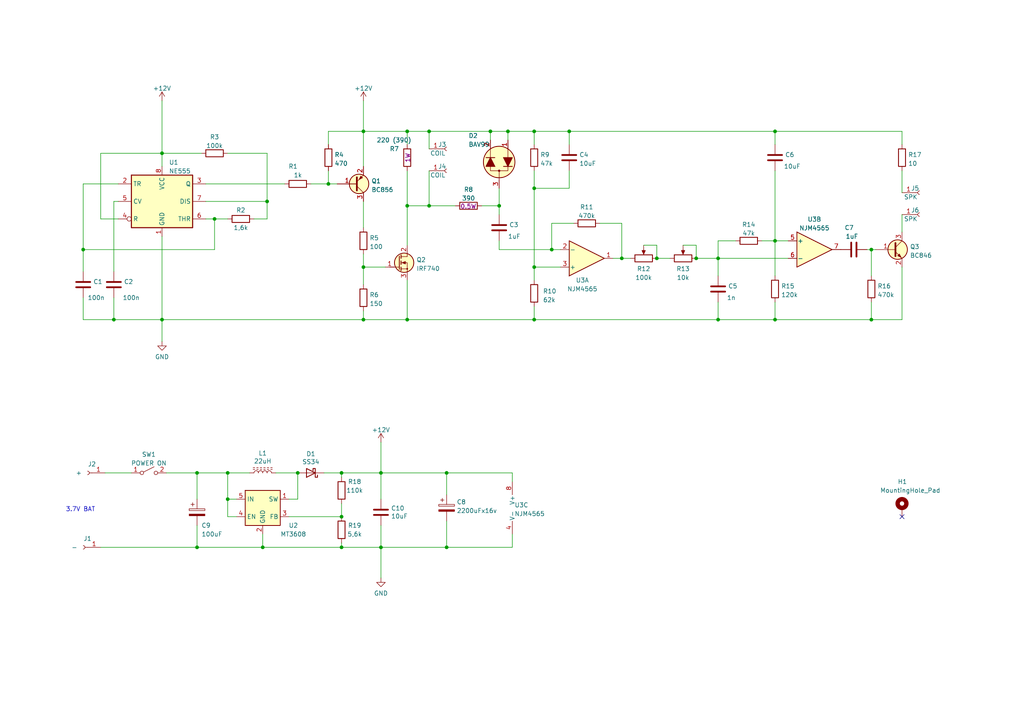
<source format=kicad_sch>
(kicad_sch (version 20230121) (generator eeschema)
  (paper "A4")
  (lib_symbols
    (symbol "Amplifier_Operational:TL072" (pin_names (offset 0.127))
      (property "Reference" "U" (at 0 5.08 0))
      (property "Value" "TL072" (at 0 -5.08 0))
      (symbol "TL072_1_1"
        (polyline (pts (xy -5.08 5.08) (xy 5.08 0) (xy -5.08 -5.08) (xy -5.08 5.08)) (stroke (width 0.254)) (fill (type background)))
        (pin output line (at 7.62 0 180) (length 2.54) (name "~") (number "1"))
        (pin input line (at -7.62 -2.54 0) (length 2.54) (name "-") (number "2"))
        (pin input line (at -7.62 2.54 0) (length 2.54) (name "+") (number "3"))
      )
      (symbol "TL072_2_1"
        (polyline (pts (xy -5.08 5.08) (xy 5.08 0) (xy -5.08 -5.08) (xy -5.08 5.08)) (stroke (width 0.254)) (fill (type background)))
        (pin input line (at -7.62 2.54 0) (length 2.54) (name "+") (number "5"))
        (pin input line (at -7.62 -2.54 0) (length 2.54) (name "-") (number "6"))
        (pin output line (at 7.62 0 180) (length 2.54) (name "~") (number "7"))
      )
      (symbol "TL072_3_1"
        (pin power_in line (at -2.54 -7.62 90) (length 3.81) (name "V-") (number "4"))
        (pin power_in line (at -2.54 7.62 270) (length 3.81) (name "V+") (number "8"))
      )
    )
    (symbol "Connector:Conn_01x01_Female" (pin_names (offset 1.016) hide)
      (property "Reference" "J" (at 0 2.54 0))
      (property "Value" "Conn_01x01_Female" (at 0 -2.54 0))
      (symbol "Conn_01x01_Female_1_1"
        (polyline (pts (xy -1.27 0) (xy -0.508 0)) (stroke (width 0.1524)))
        (arc (start 0 0.508) (mid -0.5058 0) (end 0 -0.508) (stroke (width 0.1524)))
        (pin passive line (at -5.08 0 0) (length 3.81) (name "Pin_1") (number "1"))
      )
    )
    (symbol "Device:C" (pin_numbers hide) (pin_names (offset 0.254))
      (property "Reference" "C" (at 0.635 2.54 0))
      (property "Value" "C" (at 0.635 -2.54 0))
      (symbol "C_0_1"
        (polyline (pts (xy -2.032 -0.762) (xy 2.032 -0.762)) (stroke (width 0.508)))
        (polyline (pts (xy -2.032 0.762) (xy 2.032 0.762)) (stroke (width 0.508)))
      )
      (symbol "C_1_1"
        (pin passive line (at 0 3.81 270) (length 2.794) (name "~") (number "1"))
        (pin passive line (at 0 -3.81 90) (length 2.794) (name "~") (number "2"))
      )
    )
    (symbol "Device:CP" (pin_numbers hide) (pin_names (offset 0.254))
      (property "Reference" "C" (at 0.635 2.54 0))
      (property "Value" "Device_CP" (at 0.635 -2.54 0))
      (symbol "CP_0_1"
        (rectangle (start -2.286 0.508) (end 2.286 1.016))
        (polyline (pts (xy -1.778 2.286) (xy -0.762 2.286)))
        (polyline (pts (xy -1.27 2.794) (xy -1.27 1.778)))
        (rectangle (start 2.286 -0.508) (end -2.286 -1.016) (fill (type outline)))
      )
      (symbol "CP_1_1"
        (pin passive line (at 0 3.81 270) (length 2.794) (name "~") (number "1"))
        (pin passive line (at 0 -3.81 90) (length 2.794) (name "~") (number "2"))
      )
    )
    (symbol "Device:C_Polarized" (pin_numbers hide) (pin_names (offset 0.254))
      (property "Reference" "C" (at 0.635 2.54 0))
      (property "Value" "C_Polarized" (at 0.635 -2.54 0))
      (symbol "C_Polarized_0_1"
        (rectangle (start -2.286 0.508) (end 2.286 1.016))
        (polyline (pts (xy -1.778 2.286) (xy -0.762 2.286)))
        (polyline (pts (xy -1.27 2.794) (xy -1.27 1.778)))
        (rectangle (start 2.286 -0.508) (end -2.286 -1.016) (fill (type outline)))
      )
      (symbol "C_Polarized_1_1"
        (pin passive line (at 0 3.81 270) (length 2.794) (name "~") (number "1"))
        (pin passive line (at 0 -3.81 90) (length 2.794) (name "~") (number "2"))
      )
    )
    (symbol "Device:L_Core_Ferrite" (pin_numbers hide) (pin_names (offset 1.016) hide)
      (property "Reference" "L" (at -1.27 0 90))
      (property "Value" "Device_L_Core_Ferrite" (at 2.794 0 90))
      (symbol "L_Core_Ferrite_0_1"
        (arc (start 0 -2.54) (mid 0.6323 -1.905) (end 0 -1.27))
        (arc (start 0 -1.27) (mid 0.6323 -0.635) (end 0 0))
        (polyline (pts (xy 1.016 -2.794) (xy 1.016 -2.286)))
        (polyline (pts (xy 1.016 -1.778) (xy 1.016 -1.27)))
        (polyline (pts (xy 1.016 -0.762) (xy 1.016 -0.254)))
        (polyline (pts (xy 1.016 0.254) (xy 1.016 0.762)))
        (polyline (pts (xy 1.016 1.27) (xy 1.016 1.778)))
        (polyline (pts (xy 1.016 2.286) (xy 1.016 2.794)))
        (polyline (pts (xy 1.524 -2.286) (xy 1.524 -2.794)))
        (polyline (pts (xy 1.524 -1.27) (xy 1.524 -1.778)))
        (polyline (pts (xy 1.524 -0.254) (xy 1.524 -0.762)))
        (polyline (pts (xy 1.524 0.762) (xy 1.524 0.254)))
        (polyline (pts (xy 1.524 1.778) (xy 1.524 1.27)))
        (polyline (pts (xy 1.524 2.794) (xy 1.524 2.286)))
        (arc (start 0 0) (mid 0.6323 0.635) (end 0 1.27))
        (arc (start 0 1.27) (mid 0.6323 1.905) (end 0 2.54))
      )
      (symbol "L_Core_Ferrite_1_1"
        (pin passive line (at 0 3.81 270) (length 1.27) (name "1") (number "1"))
        (pin passive line (at 0 -3.81 90) (length 1.27) (name "2") (number "2"))
      )
    )
    (symbol "Device:R" (pin_numbers hide) (pin_names (offset 0))
      (property "Reference" "R" (at 2.032 0 90))
      (property "Value" "R" (at 0 0 90))
      (symbol "R_0_1"
        (rectangle (start -1.016 -2.54) (end 1.016 2.54) (stroke (width 0.254)))
      )
      (symbol "R_1_1"
        (pin passive line (at 0 3.81 270) (length 1.27) (name "~") (number "1"))
        (pin passive line (at 0 -3.81 90) (length 1.27) (name "~") (number "2"))
      )
    )
    (symbol "Device:R_Potentiometer" (pin_numbers hide) (pin_names (offset 1.016) hide)
      (property "Reference" "RV" (at -4.445 0 90))
      (property "Value" "R_Potentiometer" (at -2.54 0 90))
      (symbol "R_Potentiometer_0_1"
        (polyline (pts (xy 2.54 0) (xy 1.524 0)))
        (polyline (pts (xy 1.143 0) (xy 2.286 0.508) (xy 2.286 -0.508) (xy 1.143 0)) (fill (type outline)))
        (rectangle (start 1.016 2.54) (end -1.016 -2.54) (stroke (width 0.254)))
      )
      (symbol "R_Potentiometer_1_1"
        (pin passive line (at 0 3.81 270) (length 1.27) (name "1") (number "1"))
        (pin passive line (at 3.81 0 180) (length 1.27) (name "2") (number "2"))
        (pin passive line (at 0 -3.81 90) (length 1.27) (name "3") (number "3"))
      )
    )
    (symbol "Diode:B340" (pin_numbers hide) (pin_names (offset 1.016) hide)
      (property "Reference" "D" (at 0 2.54 0))
      (property "Value" "B340" (at 0 -2.54 0))
      (symbol "B340_0_1"
        (polyline (pts (xy 1.27 0) (xy -1.27 0)))
        (polyline (pts (xy 1.27 1.27) (xy 1.27 -1.27) (xy -1.27 0) (xy 1.27 1.27)) (stroke (width 0.254)))
        (polyline (pts (xy -1.905 0.635) (xy -1.905 1.27) (xy -1.27 1.27) (xy -1.27 -1.27) (xy -0.635 -1.27) (xy -0.635 -0.635)) (stroke (width 0.254)))
      )
      (symbol "B340_1_1"
        (pin passive line (at -3.81 0 0) (length 2.54) (name "K") (number "1"))
        (pin passive line (at 3.81 0 180) (length 2.54) (name "A") (number "2"))
      )
    )
    (symbol "Diode_AKL:BAV99" (pin_names (offset 1.016) hide)
      (property "Reference" "D" (at 0 8.89 0))
      (property "Value" "BAV99" (at 0 6.35 0))
      (symbol "BAV99_0_1"
        (polyline (pts (xy -1.27 -2.54) (xy -3.81 -2.54)))
        (polyline (pts (xy -1.27 -1.27) (xy -1.27 -3.81)) (stroke (width 0.254)))
        (polyline (pts (xy -1.27 2.54) (xy -3.81 2.54)))
        (polyline (pts (xy 1.27 3.81) (xy 1.27 1.27)) (stroke (width 0.254)))
        (polyline (pts (xy 5.08 0) (xy 2.54 0)))
        (polyline (pts (xy 1.27 -2.54) (xy 2.54 -2.54) (xy 2.54 2.54) (xy 1.27 2.54)))
        (circle (center 0 0) (radius 4.572) (stroke (width 0.254)) (fill (type background)))
        (circle (center 2.54 0) (radius 0.254) (fill (type outline)))
      )
      (symbol "BAV99_1_1"
        (polyline (pts (xy -1.27 2.54) (xy 1.27 2.54)))
        (polyline (pts (xy 1.27 -2.54) (xy -1.27 -2.54)))
        (polyline (pts (xy -1.27 1.27) (xy -1.27 3.81) (xy 1.27 2.54) (xy -1.27 1.27)) (stroke (width 0.254)) (fill (type outline)))
        (polyline (pts (xy 1.27 -1.27) (xy 1.27 -3.81) (xy -1.27 -2.54) (xy 1.27 -1.27)) (stroke (width 0.254)) (fill (type outline)))
        (pin passive line (at -6.35 2.54 0) (length 2.54) (name "A") (number "1"))
        (pin passive line (at -6.35 -2.54 0) (length 2.54) (name "K") (number "2"))
        (pin passive line (at 7.62 0 180) (length 2.54) (name "C") (number "3"))
      )
    )
    (symbol "Mechanical:MountingHole_Pad" (pin_numbers hide) (pin_names (offset 1.016) hide)
      (property "Reference" "H" (at 0 6.35 0))
      (property "Value" "MountingHole_Pad" (at 0 4.445 0))
      (symbol "MountingHole_Pad_0_1"
        (circle (center 0 1.27) (radius 1.27) (stroke (width 1.27)))
      )
      (symbol "MountingHole_Pad_1_1"
        (pin input line (at 0 -2.54 90) (length 2.54) (name "1") (number "1"))
      )
    )
    (symbol "R_Potentiometer_1" (pin_numbers hide) (pin_names (offset 1.016) hide)
      (property "Reference" "RV" (at -4.445 0 90))
      (property "Value" "R_Potentiometer" (at -2.54 0 90))
      (symbol "R_Potentiometer_1_0_1"
        (polyline (pts (xy 2.54 0) (xy 1.524 0)))
        (polyline (pts (xy 1.143 0) (xy 2.286 0.508) (xy 2.286 -0.508) (xy 1.143 0)) (fill (type outline)))
        (rectangle (start 1.016 2.54) (end -1.016 -2.54) (stroke (width 0.254)))
      )
      (symbol "R_Potentiometer_1_1_1"
        (pin passive line (at 0 3.81 270) (length 1.27) (name "1") (number "1"))
        (pin passive line (at 3.81 0 180) (length 1.27) (name "2") (number "2"))
        (pin passive line (at 0 -3.81 90) (length 1.27) (name "3") (number "3"))
      )
    )
    (symbol "Regulator_Switching:MT3608"
      (property "Reference" "U" (at -2.54 8.89 0))
      (property "Value" "MT3608" (at -3.81 6.35 0))
      (symbol "MT3608_0_1"
        (rectangle (start -5.08 5.08) (end 5.08 -5.08) (stroke (width 0.254)) (fill (type background)))
      )
      (symbol "MT3608_1_1"
        (pin passive line (at 7.62 2.54 180) (length 2.54) (name "SW") (number "1"))
        (pin power_in line (at 0 -7.62 90) (length 2.54) (name "GND") (number "2"))
        (pin input line (at 7.62 -2.54 180) (length 2.54) (name "FB") (number "3"))
        (pin input line (at -7.62 -2.54 0) (length 2.54) (name "EN") (number "4"))
        (pin power_in line (at -7.62 2.54 0) (length 2.54) (name "IN") (number "5"))
        (pin no_connect line (at 5.08 0 180) (length 2.54) hide (name "NC") (number "6"))
      )
    )
    (symbol "Switch:SW_SPST" (pin_names (offset 0) hide)
      (property "Reference" "SW" (at 0 3.175 0))
      (property "Value" "SW_SPST" (at 0 -2.54 0))
      (symbol "SW_SPST_0_0"
        (circle (center -2.032 0) (radius 0.508))
        (polyline (pts (xy -1.524 0.254) (xy 1.524 1.778)))
        (circle (center 2.032 0) (radius 0.508))
      )
      (symbol "SW_SPST_1_1"
        (pin passive line (at -5.08 0 0) (length 2.54) (name "A") (number "1"))
        (pin passive line (at 5.08 0 180) (length 2.54) (name "B") (number "2"))
      )
    )
    (symbol "Timer:NE555D"
      (property "Reference" "U" (at -10.16 8.89 0))
      (property "Value" "NE555D" (at 2.54 8.89 0))
      (symbol "NE555D_0_0"
        (pin power_in line (at 0 -10.16 90) (length 2.54) (name "GND") (number "1"))
        (pin power_in line (at 0 10.16 270) (length 2.54) (name "VCC") (number "8"))
      )
      (symbol "NE555D_0_1"
        (rectangle (start -8.89 -7.62) (end 8.89 7.62) (stroke (width 0.254)) (fill (type background)))
        (rectangle (start -8.89 -7.62) (end 8.89 7.62) (stroke (width 0.254)) (fill (type background)))
      )
      (symbol "NE555D_1_1"
        (pin input line (at -12.7 5.08 0) (length 3.81) (name "TR") (number "2"))
        (pin output line (at 12.7 5.08 180) (length 3.81) (name "Q") (number "3"))
        (pin input inverted (at -12.7 -5.08 0) (length 3.81) (name "R") (number "4"))
        (pin input line (at -12.7 0 0) (length 3.81) (name "CV") (number "5"))
        (pin input line (at 12.7 -5.08 180) (length 3.81) (name "THR") (number "6"))
        (pin input line (at 12.7 0 180) (length 3.81) (name "DIS") (number "7"))
      )
    )
    (symbol "Transistor_BJT_AKL:BC846" (pin_names hide)
      (property "Reference" "Q" (at 5.08 1.27 0))
      (property "Value" "BC846" (at 5.08 -1.27 0))
      (symbol "BC846_0_1"
        (polyline (pts (xy 0.635 0.635) (xy 2.54 2.54)))
        (polyline (pts (xy 0.635 -0.635) (xy 2.54 -2.54) (xy 2.54 -2.54)))
        (polyline (pts (xy 0.635 1.905) (xy 0.635 -1.905) (xy 0.635 -1.905)) (stroke (width 0.508)))
        (polyline (pts (xy 1.27 -1.778) (xy 1.778 -1.27) (xy 2.286 -2.286) (xy 1.27 -1.778) (xy 1.27 -1.778)) (fill (type outline)))
        (circle (center 1.27 0) (radius 2.8194) (stroke (width 0.254)) (fill (type background)))
      )
      (symbol "BC846_1_1"
        (pin input line (at -5.08 0 0) (length 5.715) (name "B") (number "1"))
        (pin passive line (at 2.54 -5.08 90) (length 2.54) (name "E") (number "2"))
        (pin passive line (at 2.54 5.08 270) (length 2.54) (name "C") (number "3"))
      )
    )
    (symbol "Transistor_BJT_AKL:BC856" (pin_names hide)
      (property "Reference" "Q" (at 5.08 1.27 0))
      (property "Value" "BC856" (at 5.08 -1.27 0))
      (symbol "BC856_0_1"
        (polyline (pts (xy 0.635 -0.635) (xy 2.54 -2.54)))
        (polyline (pts (xy 0.635 -1.905) (xy 0.635 1.905) (xy 0.635 1.905)) (stroke (width 0.508)))
        (polyline (pts (xy 0.635 0.635) (xy 2.54 2.54) (xy 2.54 2.54)))
        (polyline (pts (xy 2.286 1.778) (xy 1.778 2.286) (xy 1.27 1.27) (xy 2.286 1.778) (xy 2.286 1.778)) (fill (type outline)))
        (circle (center 1.27 0) (radius 2.8194) (stroke (width 0.254)) (fill (type background)))
      )
      (symbol "BC856_1_1"
        (pin input line (at -5.08 0 0) (length 5.715) (name "B") (number "1"))
        (pin passive line (at 2.54 5.08 270) (length 2.54) (name "E") (number "2"))
        (pin passive line (at 2.54 -5.08 90) (length 2.54) (name "C") (number "3"))
      )
    )
    (symbol "Transistor_MOSFET_AKL:IRF740" (pin_names hide)
      (property "Reference" "Q" (at 5.08 1.27 0))
      (property "Value" "IRF740" (at 5.08 -1.27 0))
      (symbol "IRF740_0_1"
        (polyline (pts (xy 0.254 -1.27) (xy -2.54 -1.27)))
        (polyline (pts (xy 0.254 1.905) (xy 0.254 -1.905)) (stroke (width 0.254)))
        (polyline (pts (xy 0.762 -1.778) (xy 2.54 -1.778)))
        (polyline (pts (xy 0.762 -1.27) (xy 0.762 -2.286)) (stroke (width 0.254)))
        (polyline (pts (xy 0.762 0.508) (xy 0.762 -0.508)) (stroke (width 0.254)))
        (polyline (pts (xy 0.762 2.286) (xy 0.762 1.27)) (stroke (width 0.254)))
        (polyline (pts (xy 2.54 1.778) (xy 0.762 1.778)))
        (polyline (pts (xy 2.54 2.54) (xy 2.54 1.778)))
        (polyline (pts (xy 2.54 -2.54) (xy 2.54 0) (xy 0.762 0)))
        (polyline (pts (xy 1.016 0) (xy 2.032 0.381) (xy 2.032 -0.381) (xy 1.016 0)) (fill (type outline)))
        (circle (center 1.651 0) (radius 2.794) (stroke (width 0.254)) (fill (type background)))
        (circle (center 2.54 -1.778) (radius 0.1778) (fill (type outline)))
      )
      (symbol "IRF740_1_1"
        (pin input line (at -3.81 -1.27 0) (length 2.54) (name "G") (number "1"))
        (pin passive line (at 2.54 5.08 270) (length 2.54) (name "D") (number "2"))
        (pin passive line (at 2.54 -5.08 90) (length 2.54) (name "S") (number "3"))
      )
    )
    (symbol "power:+12V" (power) (pin_names (offset 0))
      (property "Value" "+12V" (at 0 3.556 0))
      (symbol "+12V_0_1"
        (polyline (pts (xy -0.762 1.27) (xy 0 2.54)))
        (polyline (pts (xy 0 0) (xy 0 2.54)))
        (polyline (pts (xy 0 2.54) (xy 0.762 1.27)))
      )
      (symbol "+12V_1_1"
        (pin power_in line (at 0 0 90) (length 0) hide (name "+12V") (number "1"))
      )
    )
    (symbol "power:GND" (power) (pin_names (offset 0))
      (property "Value" "GND" (at 0 -3.81 0))
      (symbol "GND_0_1"
        (polyline (pts (xy 0 0) (xy 0 -1.27) (xy 1.27 -1.27) (xy 0 -2.54) (xy -1.27 -1.27) (xy 0 -1.27)))
      )
      (symbol "GND_1_1"
        (pin power_in line (at 0 0 270) (length 0) hide (name "GND") (number "1"))
      )
    )
  )
  (junction (at 154.94 54.61))
  (junction (at 99.06 137.16))
  (junction (at 147.32 38.1))
  (junction (at 46.99 92.71))
  (junction (at 99.06 158.75))
  (junction (at 57.15 158.75))
  (junction (at 144.78 59.69))
  (junction (at 124.46 59.69))
  (junction (at 129.54 158.75))
  (junction (at 208.28 92.71))
  (junction (at 110.49 158.75))
  (junction (at 142.24 38.1))
  (junction (at 86.36 137.16))
  (junction (at 76.2 158.75))
  (junction (at 160.02 72.39))
  (junction (at 95.25 53.34))
  (junction (at 99.06 149.86))
  (junction (at 66.04 137.16))
  (junction (at 33.02 92.71))
  (junction (at 224.79 69.85))
  (junction (at 154.94 77.47))
  (junction (at 110.49 137.16))
  (junction (at 154.94 92.71))
  (junction (at 66.04 144.78))
  (junction (at 118.11 59.69))
  (junction (at 154.94 38.1))
  (junction (at 124.46 38.1))
  (junction (at 77.47 58.42))
  (junction (at 105.41 77.47))
  (junction (at 224.79 38.1))
  (junction (at 252.73 92.71))
  (junction (at 118.11 38.1))
  (junction (at 105.41 92.71))
  (junction (at 224.79 92.71))
  (junction (at 24.13 72.39))
  (junction (at 62.23 63.5))
  (junction (at 129.54 137.16))
  (junction (at 165.1 38.1))
  (junction (at 208.28 74.93))
  (junction (at 201.93 74.93))
  (junction (at 118.11 92.71))
  (junction (at 57.15 137.16))
  (junction (at 105.41 38.1))
  (junction (at 190.5 74.93))
  (junction (at 180.34 74.93))
  (junction (at 46.99 44.45))
  (junction (at 252.73 72.39))
  (no_connect (at 261.62 149.86))
  (wire (pts (xy 208.28 87.63) (xy 208.28 92.71)))
  (wire (pts (xy 220.98 69.85) (xy 224.79 69.85)))
  (wire (pts (xy 261.62 49.53) (xy 261.62 55.88)))
  (wire (pts (xy 29.21 158.75) (xy 57.15 158.75)))
  (wire (pts (xy 186.69 71.12) (xy 190.5 71.12)))
  (wire (pts (xy 124.46 59.69) (xy 132.08 59.69)))
  (wire (pts (xy 118.11 59.69) (xy 124.46 59.69)))
  (wire (pts (xy 95.25 53.34) (xy 97.79 53.34)))
  (wire (pts (xy 165.1 38.1) (xy 165.1 41.91)))
  (wire (pts (xy 165.1 49.53) (xy 165.1 54.61)))
  (wire (pts (xy 154.94 38.1) (xy 165.1 38.1)))
  (wire (pts (xy 224.79 38.1) (xy 224.79 41.91)))
  (wire (pts (xy 24.13 92.71) (xy 33.02 92.71)))
  (wire (pts (xy 162.56 72.39) (xy 160.02 72.39)))
  (wire (pts (xy 77.47 44.45) (xy 77.47 58.42)))
  (wire (pts (xy 110.49 152.4) (xy 110.49 158.75)))
  (wire (pts (xy 252.73 72.39) (xy 252.73 80.01)))
  (wire (pts (xy 160.02 72.39) (xy 160.02 64.77)))
  (wire (pts (xy 144.78 59.69) (xy 144.78 54.61)))
  (wire (pts (xy 208.28 74.93) (xy 208.28 80.01)))
  (wire (pts (xy 66.04 137.16) (xy 72.39 137.16)))
  (wire (pts (xy 86.36 137.16) (xy 86.36 144.78)))
  (wire (pts (xy 59.69 58.42) (xy 77.47 58.42)))
  (wire (pts (xy 99.06 138.43) (xy 99.06 137.16)))
  (wire (pts (xy 66.04 144.78) (xy 66.04 137.16)))
  (wire (pts (xy 46.99 44.45) (xy 58.42 44.45)))
  (wire (pts (xy 95.25 41.91) (xy 95.25 38.1)))
  (wire (pts (xy 129.54 151.13) (xy 129.54 158.75)))
  (wire (pts (xy 190.5 71.12) (xy 190.5 74.93)))
  (wire (pts (xy 105.41 77.47) (xy 111.76 77.47)))
  (wire (pts (xy 118.11 38.1) (xy 124.46 38.1)))
  (wire (pts (xy 33.02 92.71) (xy 46.99 92.71)))
  (wire (pts (xy 68.58 144.78) (xy 66.04 144.78)))
  (wire (pts (xy 110.49 137.16) (xy 129.54 137.16)))
  (wire (pts (xy 34.29 53.34) (xy 24.13 53.34)))
  (wire (pts (xy 105.41 38.1) (xy 105.41 48.26)))
  (wire (pts (xy 208.28 69.85) (xy 213.36 69.85)))
  (wire (pts (xy 201.93 71.12) (xy 201.93 74.93)))
  (wire (pts (xy 30.48 137.16) (xy 38.1 137.16)))
  (wire (pts (xy 118.11 38.1) (xy 118.11 41.91)))
  (wire (pts (xy 33.02 58.42) (xy 33.02 78.74)))
  (wire (pts (xy 142.24 38.1) (xy 147.32 38.1)))
  (wire (pts (xy 62.23 63.5) (xy 66.04 63.5)))
  (wire (pts (xy 48.26 137.16) (xy 57.15 137.16)))
  (wire (pts (xy 129.54 137.16) (xy 129.54 143.51)))
  (wire (pts (xy 57.15 137.16) (xy 66.04 137.16)))
  (wire (pts (xy 105.41 29.21) (xy 105.41 38.1)))
  (wire (pts (xy 46.99 29.21) (xy 46.99 44.45)))
  (wire (pts (xy 129.54 158.75) (xy 148.59 158.75)))
  (wire (pts (xy 160.02 64.77) (xy 166.37 64.77)))
  (wire (pts (xy 46.99 92.71) (xy 105.41 92.71)))
  (wire (pts (xy 24.13 72.39) (xy 62.23 72.39)))
  (wire (pts (xy 208.28 92.71) (xy 224.79 92.71)))
  (wire (pts (xy 124.46 38.1) (xy 124.46 43.18)))
  (wire (pts (xy 154.94 54.61) (xy 154.94 77.47)))
  (wire (pts (xy 224.79 69.85) (xy 228.6 69.85)))
  (wire (pts (xy 180.34 74.93) (xy 182.88 74.93)))
  (wire (pts (xy 142.24 38.1) (xy 142.24 40.64)))
  (wire (pts (xy 251.46 72.39) (xy 252.73 72.39)))
  (wire (pts (xy 66.04 44.45) (xy 77.47 44.45)))
  (wire (pts (xy 105.41 90.17) (xy 105.41 92.71)))
  (wire (pts (xy 252.73 92.71) (xy 261.62 92.71)))
  (wire (pts (xy 62.23 63.5) (xy 62.23 72.39)))
  (wire (pts (xy 110.49 158.75) (xy 110.49 167.64)))
  (wire (pts (xy 165.1 38.1) (xy 224.79 38.1)))
  (wire (pts (xy 139.7 59.69) (xy 144.78 59.69)))
  (wire (pts (xy 105.41 58.42) (xy 105.41 66.04)))
  (wire (pts (xy 118.11 92.71) (xy 118.11 81.28)))
  (wire (pts (xy 124.46 49.53) (xy 124.46 59.69)))
  (wire (pts (xy 173.99 64.77) (xy 180.34 64.77)))
  (wire (pts (xy 46.99 92.71) (xy 46.99 99.06)))
  (wire (pts (xy 57.15 158.75) (xy 57.15 152.4)))
  (wire (pts (xy 34.29 63.5) (xy 29.21 63.5)))
  (wire (pts (xy 76.2 158.75) (xy 57.15 158.75)))
  (wire (pts (xy 29.21 63.5) (xy 29.21 44.45)))
  (wire (pts (xy 208.28 74.93) (xy 228.6 74.93)))
  (wire (pts (xy 224.79 49.53) (xy 224.79 69.85)))
  (wire (pts (xy 154.94 38.1) (xy 154.94 41.91)))
  (wire (pts (xy 29.21 44.45) (xy 46.99 44.45)))
  (wire (pts (xy 224.79 38.1) (xy 261.62 38.1)))
  (wire (pts (xy 110.49 144.78) (xy 110.49 137.16)))
  (wire (pts (xy 148.59 137.16) (xy 148.59 139.7)))
  (wire (pts (xy 99.06 158.75) (xy 110.49 158.75)))
  (wire (pts (xy 105.41 38.1) (xy 118.11 38.1)))
  (wire (pts (xy 80.01 137.16) (xy 86.36 137.16)))
  (wire (pts (xy 147.32 38.1) (xy 154.94 38.1)))
  (wire (pts (xy 46.99 68.58) (xy 46.99 92.71)))
  (wire (pts (xy 93.98 137.16) (xy 99.06 137.16)))
  (wire (pts (xy 86.36 144.78) (xy 83.82 144.78)))
  (wire (pts (xy 46.99 44.45) (xy 46.99 48.26)))
  (wire (pts (xy 99.06 137.16) (xy 110.49 137.16)))
  (wire (pts (xy 180.34 64.77) (xy 180.34 74.93)))
  (wire (pts (xy 261.62 92.71) (xy 261.62 77.47)))
  (wire (pts (xy 147.32 38.1) (xy 147.32 40.64)))
  (wire (pts (xy 198.12 71.12) (xy 201.93 71.12)))
  (wire (pts (xy 110.49 128.27) (xy 110.49 137.16)))
  (wire (pts (xy 190.5 74.93) (xy 194.31 74.93)))
  (wire (pts (xy 118.11 59.69) (xy 118.11 71.12)))
  (wire (pts (xy 99.06 146.05) (xy 99.06 149.86)))
  (wire (pts (xy 180.34 74.93) (xy 177.8 74.93)))
  (wire (pts (xy 252.73 87.63) (xy 252.73 92.71)))
  (wire (pts (xy 154.94 92.71) (xy 208.28 92.71)))
  (wire (pts (xy 124.46 38.1) (xy 142.24 38.1)))
  (wire (pts (xy 144.78 72.39) (xy 160.02 72.39)))
  (wire (pts (xy 57.15 144.78) (xy 57.15 137.16)))
  (wire (pts (xy 144.78 69.85) (xy 144.78 72.39)))
  (wire (pts (xy 165.1 54.61) (xy 154.94 54.61)))
  (wire (pts (xy 95.25 49.53) (xy 95.25 53.34)))
  (wire (pts (xy 99.06 157.48) (xy 99.06 158.75)))
  (wire (pts (xy 77.47 63.5) (xy 73.66 63.5)))
  (wire (pts (xy 144.78 62.23) (xy 144.78 59.69)))
  (wire (pts (xy 59.69 53.34) (xy 82.55 53.34)))
  (wire (pts (xy 24.13 72.39) (xy 24.13 78.74)))
  (wire (pts (xy 77.47 58.42) (xy 77.47 63.5)))
  (wire (pts (xy 261.62 38.1) (xy 261.62 41.91)))
  (wire (pts (xy 118.11 49.53) (xy 118.11 59.69)))
  (wire (pts (xy 224.79 87.63) (xy 224.79 92.71)))
  (wire (pts (xy 118.11 92.71) (xy 154.94 92.71)))
  (wire (pts (xy 90.17 53.34) (xy 95.25 53.34)))
  (wire (pts (xy 76.2 154.94) (xy 76.2 158.75)))
  (wire (pts (xy 83.82 149.86) (xy 99.06 149.86)))
  (wire (pts (xy 154.94 92.71) (xy 154.94 88.9)))
  (wire (pts (xy 95.25 38.1) (xy 105.41 38.1)))
  (wire (pts (xy 224.79 92.71) (xy 252.73 92.71)))
  (wire (pts (xy 154.94 49.53) (xy 154.94 54.61)))
  (wire (pts (xy 33.02 92.71) (xy 33.02 86.36)))
  (wire (pts (xy 110.49 158.75) (xy 129.54 158.75)))
  (wire (pts (xy 34.29 58.42) (xy 33.02 58.42)))
  (wire (pts (xy 148.59 154.94) (xy 148.59 158.75)))
  (wire (pts (xy 76.2 158.75) (xy 99.06 158.75)))
  (wire (pts (xy 66.04 149.86) (xy 68.58 149.86)))
  (wire (pts (xy 24.13 86.36) (xy 24.13 92.71)))
  (wire (pts (xy 224.79 69.85) (xy 224.79 80.01)))
  (wire (pts (xy 105.41 73.66) (xy 105.41 77.47)))
  (wire (pts (xy 105.41 77.47) (xy 105.41 82.55)))
  (wire (pts (xy 261.62 62.23) (xy 261.62 67.31)))
  (wire (pts (xy 129.54 137.16) (xy 148.59 137.16)))
  (wire (pts (xy 66.04 144.78) (xy 66.04 149.86)))
  (wire (pts (xy 24.13 53.34) (xy 24.13 72.39)))
  (wire (pts (xy 252.73 72.39) (xy 254 72.39)))
  (wire (pts (xy 201.93 74.93) (xy 208.28 74.93)))
  (wire (pts (xy 154.94 77.47) (xy 154.94 81.28)))
  (wire (pts (xy 208.28 69.85) (xy 208.28 74.93)))
  (wire (pts (xy 154.94 77.47) (xy 162.56 77.47)))
  (wire (pts (xy 105.41 92.71) (xy 118.11 92.71)))
  (wire (pts (xy 59.69 63.5) (xy 62.23 63.5)))
  (text "3.7V BAT" (at 19.05 148.59 0) (effects (font (size 1.27 1.27)) (justify left bottom)))
  (symbol (lib_id "Amplifier_Operational:TL072") (at 151.13 147.32 0) (unit 3)
    (property "Reference" "U3" (at 149.225 146.4853 0) (effects (justify left)))
    (property "Value" "NJM4565" (at 149.225 149.0222 0) (effects (justify left)))
    (property "Footprint" "1_lib:SOIC-8" (effects hide))
    (property "Datasheet" "http://www.ti.com/lit/ds/symlink/tl071.pdf" (effects hide))
  )
  (symbol (lib_id "Device:R") (at 86.36 53.34 90) (unit 1)
    (property "Reference" "R1" (at 86.36 48.26 90) (effects (justify left)))
    (property "Value" "1k" (at 87.63 50.8 90) (effects (justify left)))
    (property "Footprint" "1_lib:R_1206" (effects hide))
  )
  (symbol (lib_id "Diode:B340") (at 90.17 137.16 180) (unit 1)
    (property "Reference" "D1" (at 90.17 131.6482 0))
    (property "Value" "SS34" (at 90.17 133.9596 0))
    (property "Footprint" "Diode_SMD:D_SMA" (effects hide))
    (property "Datasheet" "http://www.jameco.com/Jameco/Products/ProdDS/1538777.pdf" (effects hide))
  )
  (symbol (lib_id "Device:C") (at 247.65 72.39 270) (unit 1)
    (property "Reference" "C7" (at 247.65 66.04 90) (effects (justify right)))
    (property "Value" "1uF" (at 248.92 68.58 90) (effects (justify right)))
    (property "Footprint" "1_lib:C_1206" (effects hide))
  )
  (symbol (lib_id "Diode_AKL:BAV99") (at 144.78 46.99 270) (unit 1)
    (property "Reference" "D2" (at 135.89 39.37 90) (effects (justify left)))
    (property "Value" "BAV99" (at 135.89 41.9069 90) (effects (justify left)))
    (property "Footprint" "1_lib:SOT-23" (effects hide))
    (property "Datasheet" "https://www.tme.eu/Document/5fcff42555118cab5deb9a32afbd0389/BAV99.215.pdf" (effects hide))
  )
  (symbol (lib_id "power:GND") (at 110.49 167.64 0) (unit 1)
    (property "Reference" "#PWR05" (effects hide))
    (property "Value" "GND" (at 110.49 172.0834 0))
  )
  (symbol (lib_id "Amplifier_Operational:TL072") (at 236.22 72.39 0) (unit 2)
    (property "Reference" "U3" (at 236.22 63.6102 0))
    (property "Value" "NJM4565" (at 236.22 66.1471 0))
    (property "Footprint" "1_lib:SOIC-8" (effects hide))
    (property "Datasheet" "http://www.ti.com/lit/ds/symlink/tl071.pdf" (effects hide))
  )
  (symbol (lib_id "power:GND") (at 46.99 99.06 0) (unit 1)
    (property "Reference" "#PWR02" (effects hide))
    (property "Value" "GND" (at 46.99 103.5034 0))
  )
  (symbol (lib_id "Connector:Conn_01x01_Female") (at 129.54 49.53 0) (unit 1)
    (property "Reference" "J4" (at 128.27 48.26 0))
    (property "Value" "COIL" (at 127 50.8 0))
    (property "Footprint" "TestPoint:TestPoint_THTPad_D3.0mm_Drill1.5mm" (effects hide))
  )
  (symbol (lib_id "Device:C") (at 33.02 82.55 0) (unit 1)
    (property "Reference" "C2" (at 35.941 81.7153 0) (effects (justify left)))
    (property "Value" "100n" (at 35.56 86.36 0) (effects (justify left)))
    (property "Footprint" "Capacitor_THT_AKL_Double:C_Rect_L7.2mm_W2.5mm_P5.00mm_FKS2_FKP2_MKS2_MKP2" (effects hide))
  )
  (symbol (lib_id "Device:C") (at 165.1 45.72 180) (unit 1)
    (property "Reference" "C4" (at 168.021 44.8853 0) (effects (justify right)))
    (property "Value" "10uF" (at 168.021 47.4222 0) (effects (justify right)))
    (property "Footprint" "1_lib:C_1206" (effects hide))
  )
  (symbol (lib_id "Device:R") (at 118.11 45.72 0) (unit 1)
    (property "Reference" "R7" (at 113.03 43.18 0) (effects (justify left)))
    (property "Value" "220 (390)" (at 109.22 40.64 0) (effects (justify left)))
    (property "Footprint" "1_lib:R_2512" (effects hide))
    (property "Мощность" "1W" (at 118.2883 45.7307 90))
  )
  (symbol (lib_id "Connector:Conn_01x01_Female") (at 266.7 55.88 0) (unit 1)
    (property "Reference" "J5" (at 265.43 54.61 0))
    (property "Value" "SPK" (at 264.16 57.15 0))
    (property "Footprint" "TestPoint:TestPoint_THTPad_D2.5mm_Drill1.2mm" (effects hide))
  )
  (symbol (lib_id "Device:R") (at 99.06 142.24 0) (unit 1)
    (property "Reference" "R18" (at 102.87 139.7 0))
    (property "Value" "110k" (at 102.87 142.24 0))
    (property "Footprint" "1_lib:R_1206" (effects hide))
  )
  (symbol (lib_id "power:+12V") (at 46.99 29.21 0) (unit 1)
    (property "Reference" "#PWR01" (effects hide))
    (property "Value" "+12V" (at 46.99 25.6342 0))
  )
  (symbol (lib_id "Amplifier_Operational:TL072") (at 170.18 74.93 0) (mirror x) (unit 1)
    (property "Reference" "U3" (at 168.91 81.28 0))
    (property "Value" "NJM4565" (at 168.91 83.8169 0))
    (property "Footprint" "1_lib:SOIC-8" (effects hide))
    (property "Datasheet" "http://www.ti.com/lit/ds/symlink/tl071.pdf" (effects hide))
  )
  (symbol (lib_id "Timer:NE555D") (at 46.99 58.42 0) (unit 1)
    (property "Reference" "U1" (at 49.0094 47.1002 0) (effects (justify left)))
    (property "Value" "NE555" (at 49.0094 49.6371 0) (effects (justify left)))
    (property "Footprint" "Package_SO:SOIC-8_3.9x4.9mm_P1.27mm" (effects hide))
    (property "Datasheet" "http://www.ti.com/lit/ds/symlink/ne555.pdf" (effects hide))
  )
  (symbol (lib_id "Device:R") (at 105.41 69.85 0) (unit 1)
    (property "Reference" "R5" (at 107.188 69.0153 0) (effects (justify left)))
    (property "Value" "100" (at 107.188 71.5522 0) (effects (justify left)))
    (property "Footprint" "1_lib:R_1206" (effects hide))
  )
  (symbol (lib_id "Device:R") (at 95.25 45.72 180) (unit 1)
    (property "Reference" "R4" (at 97.028 44.8853 0) (effects (justify right)))
    (property "Value" "470" (at 97.028 47.4222 0) (effects (justify right)))
    (property "Footprint" "1_lib:R_1206" (effects hide))
  )
  (symbol (lib_id "Device:R") (at 217.17 69.85 90) (unit 1)
    (property "Reference" "R14" (at 217.17 65.1342 90))
    (property "Value" "47k" (at 217.17 67.6711 90))
    (property "Footprint" "1_lib:R_1206" (effects hide))
  )
  (symbol (lib_id "Transistor_MOSFET_AKL:IRF740") (at 115.57 76.2 0) (unit 1)
    (property "Reference" "Q2" (at 120.777 75.3653 0) (effects (justify left)))
    (property "Value" "IRF740" (at 120.777 77.9022 0) (effects (justify left)))
    (property "Footprint" "Package_TO_SOT_THT_AKL:TO-220-3_Vertical_GDS" (effects hide))
    (property "Datasheet" "https://www.tme.eu/Document/42e8d853953d413572fc3683a9e98b50/IRF740PBF.pdf" (effects hide))
  )
  (symbol (lib_id "Device:R") (at 99.06 153.67 0) (unit 1)
    (property "Reference" "R19" (at 102.87 152.4 0))
    (property "Value" "5,6k" (at 102.87 154.94 0))
    (property "Footprint" "1_lib:R_1206" (effects hide))
  )
  (symbol (lib_id "Transistor_BJT_AKL:BC846") (at 259.08 72.39 0) (unit 1)
    (property "Reference" "Q3" (at 263.9314 71.5553 0) (effects (justify left)))
    (property "Value" "BC846" (at 263.9314 74.0922 0) (effects (justify left)))
    (property "Footprint" "1_lib:SOT-23" (effects hide))
    (property "Datasheet" "https://assets.nexperia.cn/documents/data-sheet/BC846_SER.pdf" (effects hide))
  )
  (symbol (lib_id "Device:C") (at 110.49 148.59 180) (unit 1)
    (property "Reference" "C10" (at 113.411 147.4216 0) (effects (justify right)))
    (property "Value" "10uF" (at 113.411 149.733 0) (effects (justify right)))
    (property "Footprint" "1_lib:C_1206" (effects hide))
  )
  (symbol (lib_id "Connector:Conn_01x01_Female") (at 24.13 158.75 0) (mirror y) (unit 1)
    (property "Reference" "J1" (at 25.4 156.21 0))
    (property "Value" "-" (at 21.59 158.75 0))
    (property "Footprint" "TestPoint:TestPoint_THTPad_D3.0mm_Drill1.5mm" (effects hide))
  )
  (symbol (lib_id "Regulator_Switching:MT3608") (at 76.2 147.32 0) (unit 1)
    (property "Reference" "U2" (at 85.09 152.4 0))
    (property "Value" "MT3608" (at 85.09 154.94 0))
    (property "Footprint" "Package_TO_SOT_SMD:SOT-23-6" (effects hide))
    (property "Datasheet" "https://www.olimex.com/Products/Breadboarding/BB-PWR-3608/resources/MT3608.pdf" (effects hide))
  )
  (symbol (lib_id "Device:C") (at 144.78 66.04 180) (unit 1)
    (property "Reference" "C3" (at 147.701 65.2053 0) (effects (justify right)))
    (property "Value" "1uF" (at 147.32 68.58 0) (effects (justify right)))
    (property "Footprint" "1_lib:C_1206" (effects hide))
  )
  (symbol (lib_id "Device:C_Polarized") (at 129.54 147.32 0) (unit 1)
    (property "Reference" "C8" (at 132.461 145.5963 0) (effects (justify left)))
    (property "Value" "2200uFx16v" (at 132.461 148.1332 0) (effects (justify left)))
    (property "Footprint" "Capacitor_THT_AKL_Double:CP_Radial_D10.0mm_P5.00mm" (effects hide))
  )
  (symbol (lib_id "Device:R_Potentiometer") (at 186.69 74.93 90) (unit 1)
    (property "Reference" "R12" (at 186.69 77.9764 90))
    (property "Value" "100k" (at 186.69 80.5133 90))
    (property "Footprint" "1_lib:Potentiometer_16mm_Hole" (effects hide))
  )
  (symbol (lib_id "Switch:SW_SPST") (at 43.18 137.16 0) (unit 1)
    (property "Reference" "SW1" (at 43.18 131.8092 0))
    (property "Value" "POWER ON" (at 43.18 134.3461 0))
    (property "Footprint" "1_lib:Switch_SPDT_Hole" (effects hide))
  )
  (symbol (lib_id "Device:R") (at 261.62 45.72 180) (unit 1)
    (property "Reference" "R17" (at 263.398 44.8853 0) (effects (justify right)))
    (property "Value" "10" (at 263.398 47.4222 0) (effects (justify right)))
    (property "Footprint" "1_lib:R_1206" (effects hide))
  )
  (symbol (lib_id "Device:L_Core_Ferrite") (at 76.2 137.16 90) (unit 1)
    (property "Reference" "L1" (at 76.2 131.445 90))
    (property "Value" "22uH" (at 76.2 133.7564 90))
    (property "Footprint" "1_lib:Inductor_SMD_CD74R" (effects hide))
  )
  (symbol (lib_id "Device:R") (at 154.94 45.72 0) (unit 1)
    (property "Reference" "R9" (at 156.718 44.8853 0) (effects (justify left)))
    (property "Value" "47k" (at 156.718 47.4222 0) (effects (justify left)))
    (property "Footprint" "1_lib:R_1206" (effects hide))
  )
  (symbol (lib_id "Device:C") (at 224.79 45.72 180) (unit 1)
    (property "Reference" "C6" (at 227.711 44.8853 0) (effects (justify right)))
    (property "Value" "10uF" (at 227.33 48.26 0) (effects (justify right)))
    (property "Footprint" "1_lib:C_1206" (effects hide))
  )
  (symbol (lib_id "Device:R") (at 105.41 86.36 0) (unit 1)
    (property "Reference" "R6" (at 107.188 85.5253 0) (effects (justify left)))
    (property "Value" "150" (at 107.188 88.0622 0) (effects (justify left)))
    (property "Footprint" "1_lib:R_1206" (effects hide))
  )
  (symbol (lib_id "Device:C") (at 24.13 82.55 180) (unit 1)
    (property "Reference" "C1" (at 27.051 81.7153 0) (effects (justify right)))
    (property "Value" "100n" (at 25.4 86.36 0) (effects (justify right)))
    (property "Footprint" "Capacitor_THT_AKL_Double:C_Rect_L7.2mm_W2.5mm_P5.00mm_FKS2_FKP2_MKS2_MKP2" (effects hide))
  )
  (symbol (lib_id "Device:C") (at 208.28 83.82 180) (unit 1)
    (property "Reference" "C5" (at 211.201 82.9853 0) (effects (justify right)))
    (property "Value" "1n" (at 210.82 86.36 0) (effects (justify right)))
    (property "Footprint" "1_lib:C_1206" (effects hide))
  )
  (symbol (lib_id "Connector:Conn_01x01_Female") (at 266.7 62.23 0) (unit 1)
    (property "Reference" "J6" (at 265.43 60.96 0))
    (property "Value" "SPK" (at 264.16 63.5 0))
    (property "Footprint" "TestPoint:TestPoint_THTPad_D2.5mm_Drill1.2mm" (effects hide))
  )
  (symbol (lib_name "R_Potentiometer_1") (lib_id "Device:R_Potentiometer") (at 198.12 74.93 90) (unit 1)
    (property "Reference" "R13" (at 198.12 77.9764 90))
    (property "Value" "10k" (at 198.12 80.5133 90))
    (property "Footprint" "1_lib:Potentiometer_16mm_Hole" (effects hide))
  )
  (symbol (lib_id "Device:R") (at 252.73 83.82 180) (unit 1)
    (property "Reference" "R16" (at 254.508 82.9853 0) (effects (justify right)))
    (property "Value" "470k" (at 254.508 85.5222 0) (effects (justify right)))
    (property "Footprint" "1_lib:R_1206" (effects hide))
  )
  (symbol (lib_id "Device:R") (at 135.89 59.69 90) (unit 1)
    (property "Reference" "R8" (at 135.89 54.9742 90))
    (property "Value" "390" (at 135.89 57.5111 90))
    (property "Footprint" "1_lib:R_2512" (effects hide))
    (property "Мощность" "0.5W" (at 135.8506 59.8475 90))
  )
  (symbol (lib_id "Connector:Conn_01x01_Female") (at 25.4 137.16 0) (mirror y) (unit 1)
    (property "Reference" "J2" (at 26.67 134.62 0))
    (property "Value" "+" (at 22.86 137.16 0))
    (property "Footprint" "TestPoint:TestPoint_THTPad_D3.0mm_Drill1.5mm" (effects hide))
  )
  (symbol (lib_id "Transistor_BJT_AKL:BC856") (at 102.87 53.34 0) (unit 1)
    (property "Reference" "Q1" (at 107.7214 52.5053 0) (effects (justify left)))
    (property "Value" "BC856" (at 107.7214 55.0422 0) (effects (justify left)))
    (property "Footprint" "1_lib:SOT-23" (effects hide))
    (property "Datasheet" "https://www.tme.eu/Document/c382caaa0cc481743f0c0197b727e2d1/BC856A.pdf" (effects hide))
  )
  (symbol (lib_id "Connector:Conn_01x01_Female") (at 129.54 43.18 0) (unit 1)
    (property "Reference" "J3" (at 128.27 41.91 0))
    (property "Value" "COIL" (at 127 44.45 0))
    (property "Footprint" "TestPoint:TestPoint_THTPad_D3.0mm_Drill1.5mm" (effects hide))
  )
  (symbol (lib_id "Device:CP") (at 57.15 148.59 0) (unit 1)
    (property "Reference" "C9" (at 58.42 152.4 0) (effects (justify left)))
    (property "Value" "100uF" (at 58.42 154.94 0) (effects (justify left)))
    (property "Footprint" "1_lib:C_1206" (effects hide))
  )
  (symbol (lib_id "Device:R") (at 154.94 85.09 180) (unit 1)
    (property "Reference" "R10" (at 157.48 84.455 0) (effects (justify right)))
    (property "Value" "62k" (at 157.48 86.995 0) (effects (justify right)))
    (property "Footprint" "1_lib:R_1206" (effects hide))
  )
  (symbol (lib_id "Device:R") (at 69.85 63.5 90) (unit 1)
    (property "Reference" "R2" (at 69.85 60.96 90))
    (property "Value" "1,6k" (at 69.85 66.04 90))
    (property "Footprint" "1_lib:R_1206" (effects hide))
  )
  (symbol (lib_id "power:+12V") (at 105.41 29.21 0) (unit 1)
    (property "Reference" "#PWR03" (effects hide))
    (property "Value" "+12V" (at 105.41 25.6342 0))
  )
  (symbol (lib_id "power:+12V") (at 110.49 128.27 0) (unit 1)
    (property "Reference" "#PWR04" (effects hide))
    (property "Value" "+12V" (at 110.49 124.6942 0))
  )
  (symbol (lib_id "Device:R") (at 224.79 83.82 180) (unit 1)
    (property "Reference" "R15" (at 226.568 82.9853 0) (effects (justify right)))
    (property "Value" "120k" (at 226.568 85.5222 0) (effects (justify right)))
    (property "Footprint" "1_lib:R_1206" (effects hide))
  )
  (symbol (lib_id "Mechanical:MountingHole_Pad") (at 261.62 147.32 0) (unit 1)
    (property "Reference" "H1" (at 260.35 139.7 0) (effects (justify left)))
    (property "Value" "MountingHole_Pad" (at 255.27 142.24 0) (effects (justify left)))
    (property "Footprint" "1_lib:MountingHole_3mm" (effects hide))
  )
  (symbol (lib_id "Device:R") (at 62.23 44.45 90) (unit 1)
    (property "Reference" "R3" (at 62.23 39.7342 90))
    (property "Value" "100k" (at 62.23 42.2711 90))
    (property "Footprint" "1_lib:R_1206" (effects hide))
  )
  (symbol (lib_id "Device:R") (at 170.18 64.77 90) (unit 1)
    (property "Reference" "R11" (at 170.18 60.0542 90))
    (property "Value" "470k" (at 170.18 62.5911 90))
    (property "Footprint" "1_lib:R_1206" (effects hide))
  )
)
</source>
